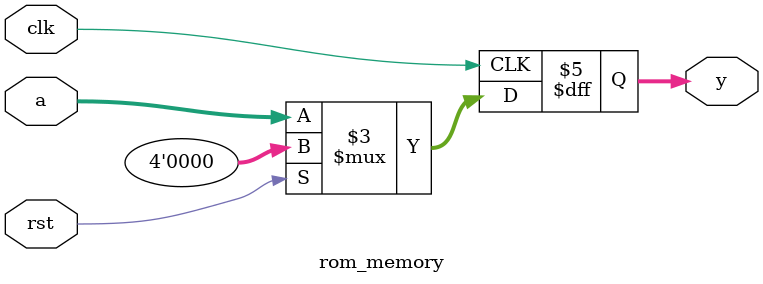
<source format=v>
/* 
 * Corevexis Semiconductor 
 * Example 28: ROM MEMORY 
 */

module rom_memory (
    input clk,
    input rst,
    input [3:0] a,
    output reg [3:0] y
);

always @(posedge clk) begin
    if(rst) y <= 4'b0;
    else y <= a; 
end

endmodule
</source>
